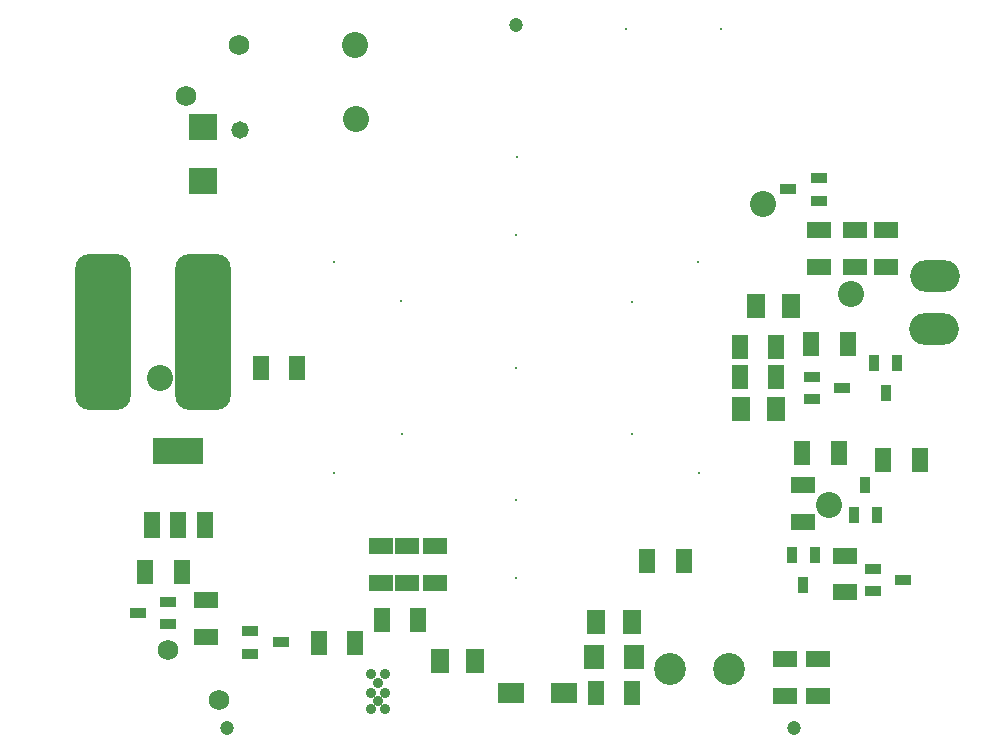
<source format=gts>
G04*
G04 #@! TF.GenerationSoftware,Altium Limited,Altium Designer,19.1.9 (167)*
G04*
G04 Layer_Color=8388736*
%FSLAX44Y44*%
%MOMM*%
G71*
G01*
G75*
%ADD28R,1.3532X2.0532*%
G04:AMPARAMS|DCode=29|XSize=4.7032mm|YSize=13.2032mm|CornerRadius=1.2266mm|HoleSize=0mm|Usage=FLASHONLY|Rotation=0.000|XOffset=0mm|YOffset=0mm|HoleType=Round|Shape=RoundedRectangle|*
%AMROUNDEDRECTD29*
21,1,4.7032,10.7500,0,0,0.0*
21,1,2.2500,13.2032,0,0,0.0*
1,1,2.4532,1.1250,-5.3750*
1,1,2.4532,-1.1250,-5.3750*
1,1,2.4532,-1.1250,5.3750*
1,1,2.4532,1.1250,5.3750*
%
%ADD29ROUNDEDRECTD29*%
%ADD30R,1.3532X0.9532*%
%ADD31R,2.0532X1.3532*%
%ADD32R,1.5532X2.1532*%
%ADD33R,1.4032X2.2032*%
%ADD34R,4.2032X2.2032*%
%ADD35R,2.3532X2.3032*%
%ADD36R,0.9532X1.3532*%
%ADD37R,1.7532X2.0532*%
%ADD38R,2.2032X1.7532*%
%ADD39O,4.2032X2.7032*%
%ADD40C,1.2032*%
%ADD41C,1.7272*%
%ADD42C,0.2032*%
%ADD43C,0.9032*%
%ADD44C,2.7032*%
%ADD45C,2.2032*%
%ADD46C,1.4732*%
D28*
X-185500Y0D02*
D03*
X-216500D02*
D03*
X-136500Y-233000D02*
D03*
X-167500D02*
D03*
X-283500Y-173000D02*
D03*
X-314500D02*
D03*
X-83000Y-214000D02*
D03*
X-114000D02*
D03*
X310500Y-78000D02*
D03*
X341500D02*
D03*
X249500Y20000D02*
D03*
X280500D02*
D03*
X189000Y17500D02*
D03*
X220000D02*
D03*
X189000Y-7500D02*
D03*
X220000D02*
D03*
X242000Y-72500D02*
D03*
X273000D02*
D03*
X141500Y-164000D02*
D03*
X110500D02*
D03*
X98000Y-275000D02*
D03*
X67000D02*
D03*
D29*
X-265500Y30001D02*
D03*
X-350500D02*
D03*
D30*
X-199750Y-232500D02*
D03*
X-225250Y-242000D02*
D03*
X-225250Y-223000D02*
D03*
X-320250Y-207500D02*
D03*
X-294750Y-198000D02*
D03*
Y-217000D02*
D03*
X230250Y151000D02*
D03*
X255750Y160500D02*
D03*
X255750Y141500D02*
D03*
X275500Y-17000D02*
D03*
X250000Y-26500D02*
D03*
Y-7500D02*
D03*
X327500Y-179500D02*
D03*
X302000Y-189000D02*
D03*
X302000Y-170000D02*
D03*
D31*
X-262500Y-228000D02*
D03*
Y-197000D02*
D03*
X-93000Y-182000D02*
D03*
Y-151000D02*
D03*
X-69000Y-182000D02*
D03*
Y-151000D02*
D03*
X-115000Y-182000D02*
D03*
Y-151000D02*
D03*
X256000Y85500D02*
D03*
Y116500D02*
D03*
X287000Y85500D02*
D03*
Y116500D02*
D03*
X313000Y85500D02*
D03*
Y116500D02*
D03*
X242500Y-130500D02*
D03*
Y-99500D02*
D03*
X278000Y-190000D02*
D03*
Y-159000D02*
D03*
X227500Y-278000D02*
D03*
Y-247000D02*
D03*
X255000Y-278000D02*
D03*
Y-247000D02*
D03*
D32*
X-65000Y-248000D02*
D03*
X-35000Y-248000D02*
D03*
X232500Y52500D02*
D03*
X202500Y52500D02*
D03*
X190000Y-35000D02*
D03*
X220000D02*
D03*
X67500Y-215000D02*
D03*
X97500Y-215000D02*
D03*
D33*
X-308750Y-133250D02*
D03*
X-286250D02*
D03*
X-263750D02*
D03*
D34*
X-286250Y-70750D02*
D03*
D35*
X-265250Y203750D02*
D03*
X-265250Y157750D02*
D03*
D36*
X312500Y-21500D02*
D03*
X303000Y4000D02*
D03*
X322000Y4000D02*
D03*
X295500Y-99500D02*
D03*
X305000Y-125000D02*
D03*
X286000D02*
D03*
X243000Y-183750D02*
D03*
X233500Y-158250D02*
D03*
X252500D02*
D03*
D37*
X65750Y-245000D02*
D03*
X99250Y-245000D02*
D03*
D38*
X40000Y-275000D02*
D03*
X-5000D02*
D03*
D39*
X354000Y78000D02*
D03*
X353750Y32750D02*
D03*
D40*
X-245000Y-305000D02*
D03*
X235000D02*
D03*
X0Y290000D02*
D03*
D41*
X-295076Y-239308D02*
D03*
X-252076Y-281308D02*
D03*
X-280000Y230000D02*
D03*
X-235000Y273000D02*
D03*
D42*
X93000Y287000D02*
D03*
X173000D02*
D03*
X0Y-178000D02*
D03*
X154250Y-88750D02*
D03*
X154000Y89250D02*
D03*
X250Y178000D02*
D03*
X-154081Y89412D02*
D03*
X-154250Y-89250D02*
D03*
X97750Y56000D02*
D03*
X97428Y-56250D02*
D03*
X0Y-112250D02*
D03*
X-97250Y-56147D02*
D03*
X-97500Y56500D02*
D03*
X0Y112500D02*
D03*
Y0D02*
D03*
D43*
X-111500Y-259350D02*
D03*
X-123500Y-259350D02*
D03*
X-117500Y-267350D02*
D03*
X-111500Y-275350D02*
D03*
X-123500Y-275350D02*
D03*
X-117500Y-282350D02*
D03*
X-111500Y-289350D02*
D03*
X-123500D02*
D03*
D44*
X130000Y-255000D02*
D03*
X180000D02*
D03*
D45*
X346000Y33000D02*
D03*
Y78000D02*
D03*
X-137000Y273500D02*
D03*
X-136250Y211000D02*
D03*
X-302000Y-8500D02*
D03*
X-356000Y51000D02*
D03*
X265000Y-116000D02*
D03*
X283000Y62000D02*
D03*
X209000Y139000D02*
D03*
D46*
X-234000Y201500D02*
D03*
M02*

</source>
